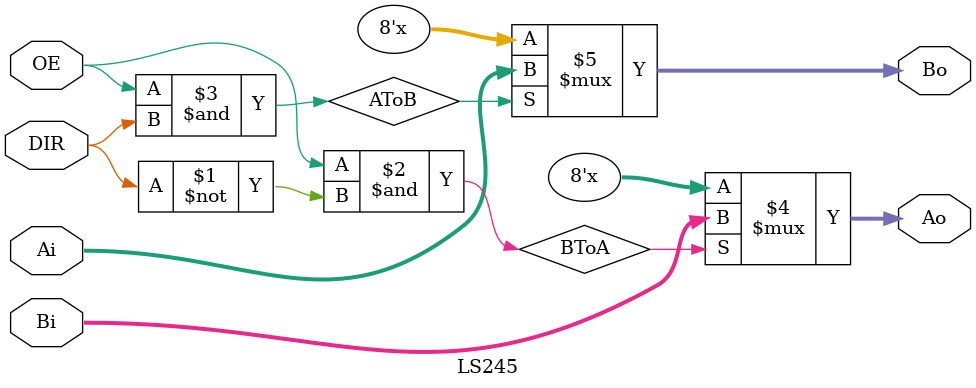
<source format=v>
`timescale 1ns / 1ps
module LS245(
        input wire DIR,
        input wire OE,
        input wire [7:0] Ai,
        input wire [7:0] Bi,
		  output wire [7:0] Ao,
        output wire [7:0] Bo
    );

	wire BToA = OE & ~DIR;
	wire AToB = OE & DIR;
	
	assign Ao = BToA ? Bi : 8'bZ;
	assign Bo = AToB ? Ai : 8'bZ;
	
	
//	assign A = BToA ? B : 8'bZ;
//	assign B = AToB ? A : 8'bZ;
	
endmodule

</source>
